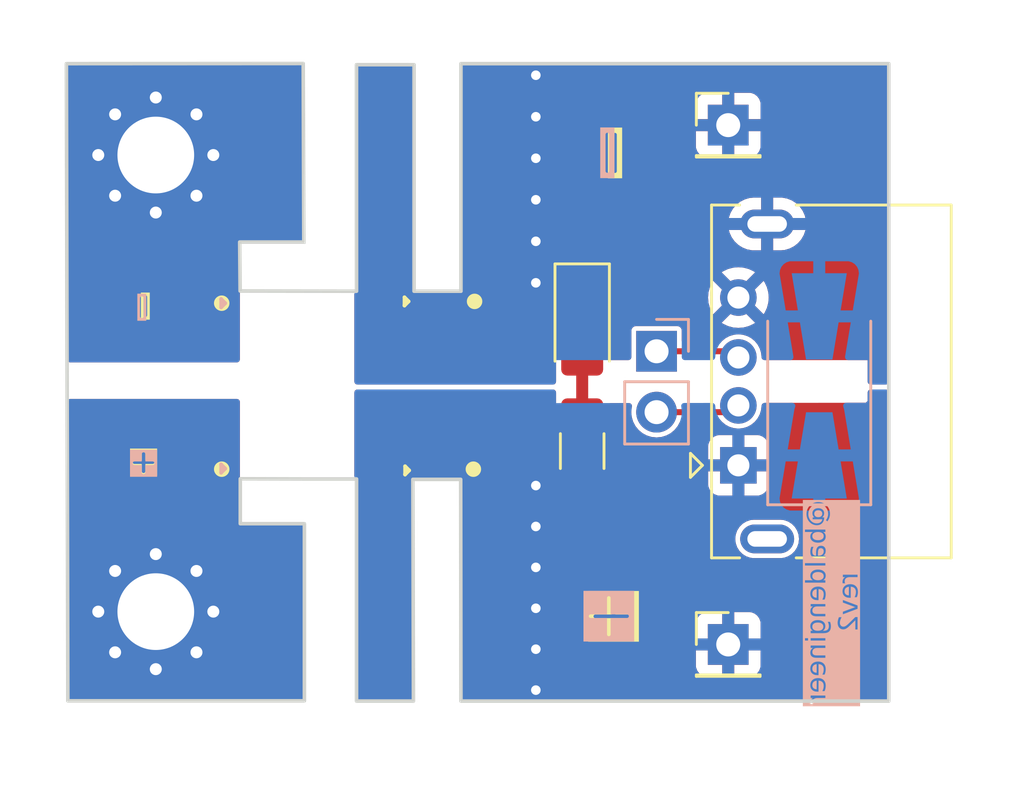
<source format=kicad_pcb>
(kicad_pcb (version 20221018) (generator pcbnew)
  (layers (0 "F.Cu" signal) (31 "B.Cu" signal) (34 "B.Paste" user) (35 "F.Paste" user) (36 "B.SilkS" user "B.Silkscreen") (37 "F.SilkS" user "F.Silkscreen") (38 "B.Mask" user) (39 "F.Mask" user) (44 "Edge.Cuts" user))
  (net 0 "")
  (net 1 "GND")
  (net 2 "Net-(J1-D-)")
  (net 3 "Net-(J1-D+)")
  (net 4 "/Positive")
  (net 5 "Net-(D1-A)")
  (footprint "Connector_PinHeader_2.54mm:PinHeader_1x01_P2.54mm_Vertical" (layer "F.Cu") (at 152.8826 88.6714)
    (fp_text reference "J3" hide)
    (fp_text value "Negative")
    (fp_line (start -1.33 -1.33) (end 0 -1.33) (stroke (width 0.12)) (layer "F.SilkS"))
    (fp_line (start -1.33 0) (end -1.33 -1.33) (stroke (width 0.12)) (layer "F.SilkS"))
    (fp_line (start -1.33 1.27) (end -1.33 1.33) (stroke (width 0.12)) (layer "F.SilkS"))
    (fp_line (start -1.33 1.27) (end 1.33 1.27) (stroke (width 0.12)) (layer "F.SilkS"))
    (fp_line (start -1.33 1.33) (end 1.33 1.33) (stroke (width 0.12)) (layer "F.SilkS"))
    (fp_line (start 1.33 1.27) (end 1.33 1.33) (stroke (width 0.12)) (layer "F.SilkS"))
    (pad "1" thru_hole rect (at 0 0) (size 1.7 1.7) (drill 1) (layers "*.Cu" "*.Mask") (net 1 "GND"))
  )
  (footprint "MountingHole:MountingHole_3.2mm_M3_Pad_Via" (layer "F.Cu") (at 129.000138 108.96825)
    (fp_text reference "H1" hide)
    (fp_text value "Positive")
    (pad "1" thru_hole circle (at -2.4 0) (size 0.8 0.8) (drill 0.5) (layers "*.Cu" "*.Mask") (net 4 "/Positive"))
    (pad "1" thru_hole circle (at -1.697056 -1.697056) (size 0.8 0.8) (drill 0.5) (layers "*.Cu" "*.Mask") (net 4 "/Positive"))
    (pad "1" thru_hole circle (at -1.697056 1.697056) (size 0.8 0.8) (drill 0.5) (layers "*.Cu" "*.Mask") (net 4 "/Positive"))
    (pad "1" thru_hole circle (at 0 -2.4) (size 0.8 0.8) (drill 0.5) (layers "*.Cu" "*.Mask") (net 4 "/Positive"))
    (pad "1" thru_hole circle (at 0 0) (size 6.4 6.4) (drill 3.2) (layers "*.Cu" "*.Mask") (net 4 "/Positive"))
    (pad "1" thru_hole circle (at 0 2.4) (size 0.8 0.8) (drill 0.5) (layers "*.Cu" "*.Mask") (net 4 "/Positive"))
    (pad "1" thru_hole circle (at 1.697056 -1.697056) (size 0.8 0.8) (drill 0.5) (layers "*.Cu" "*.Mask") (net 4 "/Positive"))
    (pad "1" thru_hole circle (at 1.697056 1.697056) (size 0.8 0.8) (drill 0.5) (layers "*.Cu" "*.Mask") (net 4 "/Positive"))
    (pad "1" thru_hole circle (at 2.4 0) (size 0.8 0.8) (drill 0.5) (layers "*.Cu" "*.Mask") (net 4 "/Positive"))
  )
  (footprint "My Libraries:USB_A_GCT_USB1125" (layer "F.Cu") (at 153.3065 102.8648 90)
    (fp_text reference "J1" hide)
    (fp_text value "USB_A")
    (fp_line (start -3.86 -1.12) (end -3.86 0.0508) (stroke (width 0.12)) (layer "F.SilkS"))
    (fp_line (start -3.86 -1.12) (end 10.86 -1.12) (stroke (width 0.12)) (layer "F.SilkS"))
    (fp_line (start -3.86 2.413) (end -3.86 8.88) (stroke (width 0.12)) (layer "F.SilkS"))
    (fp_line (start -3.86 8.88) (end 10.86 8.88) (stroke (width 0.12)) (layer "F.SilkS"))
    (fp_line (start -0.5 -2) (end 0 -1.5) (stroke (width 0.12)) (layer "F.SilkS"))
    (fp_line (start 0 -1.5) (end 0.5 -2) (stroke (width 0.12)) (layer "F.SilkS"))
    (fp_line (start 0.5 -2) (end -0.5 -2) (stroke (width 0.12)) (layer "F.SilkS"))
    (fp_line (start 10.86 0.0508) (end 10.86 -1.12) (stroke (width 0.12)) (layer "F.SilkS"))
    (fp_line (start 10.86 2.413) (end 10.86 8.88) (stroke (width 0.12)) (layer "F.SilkS"))
    (pad "1" thru_hole rect (at 0 0 90) (size 1.524 1.524) (drill 0.92) (layers "*.Cu" "*.Mask") (net 4 "/Positive"))
    (pad "2" thru_hole circle (at 2.5 0 90) (size 1.524 1.524) (drill 0.92) (layers "*.Cu" "*.Mask") (net 2 "Net-(J1-D-)"))
    (pad "3" thru_hole circle (at 4.5 0 90) (size 1.524 1.524) (drill 0.92) (layers "*.Cu" "*.Mask") (net 3 "Net-(J1-D+)"))
    (pad "4" thru_hole circle (at 7 0 90) (size 1.524 1.524) (drill 0.92) (layers "*.Cu" "*.Mask") (net 1 "GND"))
    (pad "5" thru_hole oval (at -3.07 1.2 90) (size 1.2 2.25) (drill oval 0.65 1.65) (layers "*.Cu" "*.Mask") (net 1 "GND"))
    (pad "5" thru_hole oval (at 10.07 1.2 90) (size 1.2 2.25) (drill oval 0.65 1.65) (layers "*.Cu" "*.Mask") (net 1 "GND"))
  )
  (footprint "Connector_PinHeader_2.54mm:PinHeader_1x01_P2.54mm_Vertical" (layer "F.Cu") (at 152.8826 110.3376)
    (fp_text reference "J2" hide)
    (fp_text value "Positive")
    (fp_line (start -1.33 -1.33) (end 0 -1.33) (stroke (width 0.12)) (layer "F.SilkS"))
    (fp_line (start -1.33 0) (end -1.33 -1.33) (stroke (width 0.12)) (layer "F.SilkS"))
    (fp_line (start -1.33 1.27) (end -1.33 1.33) (stroke (width 0.12)) (layer "F.SilkS"))
    (fp_line (start -1.33 1.27) (end 1.33 1.27) (stroke (width 0.12)) (layer "F.SilkS"))
    (fp_line (start -1.33 1.33) (end 1.33 1.33) (stroke (width 0.12)) (layer "F.SilkS"))
    (fp_line (start 1.33 1.27) (end 1.33 1.33) (stroke (width 0.12)) (layer "F.SilkS"))
    (pad "1" thru_hole rect (at 0 0) (size 1.7 1.7) (drill 1) (layers "*.Cu" "*.Mask") (net 4 "/Positive"))
  )
  (footprint "Resistor_SMD:R_1206_3216Metric_Pad1.30x1.75mm_HandSolder" (layer "F.Cu") (at 146.79 102.27 90)
    (fp_text reference "R1" hide)
    (fp_text value "1k")
    (fp_line (start -0.727064 -0.91) (end 0.727064 -0.91) (stroke (width 0.12)) (layer "F.SilkS"))
    (fp_line (start -0.727064 0.91) (end 0.727064 0.91) (stroke (width 0.12)) (layer "F.SilkS"))
    (pad "1" smd roundrect (at -1.55 0 90) (size 1.3 1.75) (layers "F.Cu" "F.Paste" "F.Mask") (roundrect_rratio 0.1923076923) (net 4 "/Positive"))
    (pad "2" smd roundrect (at 1.55 0 90) (size 1.3 1.75) (layers "F.Cu" "F.Paste" "F.Mask") (roundrect_rratio 0.1923076923) (net 5 "Net-(D1-A)"))
  )
  (footprint "MountingHole:MountingHole_3.2mm_M3_Pad_Via" (layer "F.Cu") (at 129.000138 89.91825)
    (fp_text reference "H2" hide)
    (fp_text value "Negative")
    (pad "1" thru_hole circle (at -2.4 0) (size 0.8 0.8) (drill 0.5) (layers "*.Cu" "*.Mask") (net 1 "GND"))
    (pad "1" thru_hole circle (at -1.697056 -1.697056) (size 0.8 0.8) (drill 0.5) (layers "*.Cu" "*.Mask") (net 1 "GND"))
    (pad "1" thru_hole circle (at -1.697056 1.697056) (size 0.8 0.8) (drill 0.5) (layers "*.Cu" "*.Mask") (net 1 "GND"))
    (pad "1" thru_hole circle (at 0 -2.4) (size 0.8 0.8) (drill 0.5) (layers "*.Cu" "*.Mask") (net 1 "GND"))
    (pad "1" thru_hole circle (at 0 0) (size 6.4 6.4) (drill 3.2) (layers "*.Cu" "*.Mask") (net 1 "GND"))
    (pad "1" thru_hole circle (at 0 2.4) (size 0.8 0.8) (drill 0.5) (layers "*.Cu" "*.Mask") (net 1 "GND"))
    (pad "1" thru_hole circle (at 1.697056 -1.697056) (size 0.8 0.8) (drill 0.5) (layers "*.Cu" "*.Mask") (net 1 "GND"))
    (pad "1" thru_hole circle (at 1.697056 1.697056) (size 0.8 0.8) (drill 0.5) (layers "*.Cu" "*.Mask") (net 1 "GND"))
    (pad "1" thru_hole circle (at 2.4 0) (size 0.8 0.8) (drill 0.5) (layers "*.Cu" "*.Mask") (net 1 "GND"))
  )
  (footprint "LED_SMD:LED_1206_3216Metric_Pad1.42x1.75mm_HandSolder" (layer "F.Cu") (at 146.79 96.92 -90)
    (fp_text reference "D1" hide)
    (fp_text value "Green")
    (fp_line (start -2.46 -1.135) (end -2.46 1.135) (stroke (width 0.12)) (layer "F.SilkS"))
    (fp_line (start -2.46 1.135) (end 1.6 1.135) (stroke (width 0.12)) (layer "F.SilkS"))
    (fp_line (start 1.6 -1.135) (end -2.46 -1.135) (stroke (width 0.12)) (layer "F.SilkS"))
    (pad "1" smd roundrect (at -1.4875 0 270) (size 1.425 1.75) (layers "F.Cu" "F.Paste" "F.Mask") (roundrect_rratio 0.1754392982) (net 1 "GND"))
    (pad "2" smd roundrect (at 1.4875 0 270) (size 1.425 1.75) (layers "F.Cu" "F.Paste" "F.Mask") (roundrect_rratio 0.1754392982) (net 5 "Net-(D1-A)"))
  )
  (footprint "Connector_PinHeader_2.54mm:PinHeader_1x02_P2.54mm_Vertical" (layer "B.Cu") (at 149.89325 98.1058 180)
    (fp_text reference "J4" hide)
    (fp_text value "Data")
    (fp_line (start -1.33 -3.87) (end 1.33 -3.87) (stroke (width 0.12)) (layer "B.SilkS"))
    (fp_line (start -1.33 -1.27) (end -1.33 -3.87) (stroke (width 0.12)) (layer "B.SilkS"))
    (fp_line (start -1.33 -1.27) (end 1.33 -1.27) (stroke (width 0.12)) (layer "B.SilkS"))
    (fp_line (start -1.33 0) (end -1.33 1.33) (stroke (width 0.12)) (layer "B.SilkS"))
    (fp_line (start -1.33 1.33) (end 0 1.33) (stroke (width 0.12)) (layer "B.SilkS"))
    (fp_line (start 1.33 -1.27) (end 1.33 -3.87) (stroke (width 0.12)) (layer "B.SilkS"))
    (pad "1" thru_hole rect (at 0 0 180) (size 1.7 1.7) (drill 1) (layers "*.Cu" "*.Mask") (net 3 "Net-(J1-D+)"))
    (pad "2" thru_hole oval (at 0 -2.54 180) (size 1.7 1.7) (drill 1) (layers "*.Cu" "*.Mask") (net 2 "Net-(J1-D-)"))
  )
  (footprint "Diode_SMD:D_SMA-SMB_Universal_Handsoldering" (layer "B.Cu") (at 156.68 99.55 90)
    (fp_text reference "D2" hide)
    (fp_text value "SMBJ6.0A")
    (fp_line (start -4.96 -2.15) (end 2.7 -2.15) (stroke (width 0.12)) (layer "B.SilkS"))
    (fp_line (start -4.96 2.15) (end -4.96 -2.15) (stroke (width 0.12)) (layer "B.SilkS"))
    (fp_line (start -4.96 2.15) (end 2.7 2.15) (stroke (width 0.12)) (layer "B.SilkS"))
    (pad "1" smd trapezoid (at -2.9 0 90) (size 3.6 1.7) (rect_delta 0.6 0) (layers "B.Cu" "B.Paste" "B.Mask") (net 4 "/Positive"))
    (pad "2" smd trapezoid (at 2.9 0 270) (size 3.6 1.7) (rect_delta 0.6 0) (layers "B.Cu" "B.Paste" "B.Mask") (net 1 "GND"))
  )
  (gr_line (start 131.725 95.925) (end 131.725 96.275) (stroke (width 0.15)) (layer "B.SilkS"))
  (gr_line (start 131.725 95.95) (end 131.725 95.925) (stroke (width 0.15)) (layer "B.SilkS"))
  (gr_line (start 131.725 103.175) (end 131.9 103) (stroke (width 0.15)) (layer "B.SilkS"))
  (gr_line (start 131.725 96.275) (end 131.9 96.1) (stroke (width 0.15)) (layer "B.SilkS"))
  (gr_line (start 131.725 95.925) (end 131.9 96.1) (stroke (width 0.15)) (layer "B.SilkS"))
  (gr_line (start 131.725 102.825) (end 131.725 103.175) (stroke (width 0.15)) (layer "B.SilkS"))
  (gr_line (start 131.725 102.85) (end 131.725 102.825) (stroke (width 0.15)) (layer "B.SilkS"))
  (gr_line (start 131.725 102.825) (end 131.9 103) (stroke (width 0.15)) (layer "B.SilkS"))
  (gr_line (start 139.575 103.075) (end 139.4 103.25) (stroke (width 0.15)) (layer "F.SilkS"))
  (gr_circle (center 131.75 96.1) (end 131.997487 96.1) (stroke (width 0.15)) (fill solid) (layer "F.SilkS"))
  (gr_circle (center 131.75 103.025) (end 131.997487 103.025) (stroke (width 0.15)) (fill solid) (layer "F.SilkS"))
  (gr_circle (center 142.3 96.025) (end 142.547487 96.025) (stroke (width 0.15)) (fill solid) (layer "F.SilkS"))
  (gr_line (start 139.375 95.85) (end 139.375 96.2) (stroke (width 0.15)) (layer "F.SilkS"))
  (gr_line (start 139.575 103.075) (end 139.4 102.9) (stroke (width 0.15)) (layer "F.SilkS"))
  (gr_circle (center 142.25 103.025) (end 142.497487 103.025) (stroke (width 0.15)) (fill solid) (layer "F.SilkS"))
  (gr_line (start 139.4 103.25) (end 139.4 103.225) (stroke (width 0.15)) (layer "F.SilkS"))
  (gr_line (start 139.55 96.025) (end 139.375 95.85) (stroke (width 0.15)) (layer "F.SilkS"))
  (gr_line (start 139.4 102.9) (end 139.4 103.25) (stroke (width 0.15)) (layer "F.SilkS"))
  (gr_line (start 139.55 96.025) (end 139.375 96.2) (stroke (width 0.15)) (layer "F.SilkS"))
  (gr_line (start 139.375 96.2) (end 139.375 96.175) (stroke (width 0.15)) (layer "F.SilkS"))
  (gr_poly (pts (xy 125.2702 86.106) (xy 135.15 86.1) (xy 135.175 93.5482) (xy 132.5 93.5482) (xy 132.517627 95.590973) (xy 137.375 95.6) (xy 137.373381 86.149359) (xy 139.775 86.15) (xy 139.775012 94.8) (xy 139.775 95.6) (xy 141.732 95.6) (xy 141.732 86.106) (xy 159.581 86.106) (xy 159.581 112.6998) (xy 141.732 112.6998) (xy 141.720678 103.45) (xy 139.725 103.45) (xy 139.75 112.7) (xy 137.375 112.7) (xy 137.375709 103.4326) (xy 135.12 103.4326) (xy 132.525 103.425) (xy 132.525 105.3) (xy 135.2 105.3) (xy 135.2 112.689823) (xy 125.331349 112.689451)) (stroke (width 0.15)) (fill none) (layer "Edge.Cuts"))
  (gr_text "+" (at 149.237695 110.172505) (layer "B.SilkS" knockout) (effects (font (size 2 2)) (justify left bottom mirror)))
  (gr_text "-" (at 146.8246 91.1606 -90) (layer "B.SilkS" knockout) (effects (font (size 2 2)) (justify left bottom mirror)))
  (gr_text "@baldengineer\nrev2" (at 157.275 108.575 90) (layer "B.SilkS" knockout) (effects (font (size 0.8 0.8)) (justify mirror)))
  (gr_text "-" (at 128.4895 96.26765 -90) (layer "B.SilkS" knockout) (effects (font (size 1 1)) (justify mirror)))
  (gr_text "+" (at 128.4895 102.703) (layer "B.SilkS" knockout) (effects (font (size 1 1)) (justify mirror)))
  (gr_text "+" (at 128.4895 102.656775) (layer "F.SilkS" knockout) (effects (font (size 1 1))))
  (gr_text "-" (at 149.1742 91.166995 90) (layer "F.SilkS" knockout) (effects (font (size 2 2)) (justify left bottom)))
  (gr_text "+" (at 146.761105 110.1789) (layer "F.SilkS" knockout) (effects (font (size 2 2)) (justify left bottom)))
  (gr_text "-" (at 128.4895 96.221425 90) (layer "F.SilkS" knockout) (effects (font (size 1 1))))
  (segment (start 138.5 88.45) (end 138.5 91.25) (width 0.25) (layer "F.Cu") (net 1))
  (via (at 144.8562 86.5886) (size 0.8) (drill 0.4) (layers "F.Cu" "B.Cu") (net 1))
  (via (at 144.8562 95.25) (size 0.8) (drill 0.4) (layers "F.Cu" "B.Cu") (net 1))
  (via (at 144.8562 88.32088) (size 0.8) (drill 0.4) (layers "F.Cu" "B.Cu") (net 1))
  (via (at 144.8562 90.05316) (size 0.8) (drill 0.4) (layers "F.Cu" "B.Cu") (net 1))
  (via (at 144.8562 91.78544) (size 0.8) (drill 0.4) (layers "F.Cu" "B.Cu") (net 1))
  (via (at 144.8562 93.51772) (size 0.8) (drill 0.4) (layers "F.Cu" "B.Cu") (net 1))
  (segment (start 138.5 88.475) (end 138.5 91.275) (width 0.25) (layer "B.Cu") (net 1))
  (segment (start 149.89325 100.6458) (end 153.0255 100.6458) (width 0.25) (layer "F.Cu") (net 2))
  (segment (start 153.0255 100.6458) (end 153.3065 100.3648) (width 0.25) (layer "F.Cu") (net 2))
  (segment (start 149.89325 98.1058) (end 153.0475 98.1058) (width 0.25) (layer "F.Cu") (net 3))
  (segment (start 153.0475 98.1058) (end 153.3065 98.3648) (width 0.25) (layer "F.Cu") (net 3))
  (via (at 144.8562 110.53572) (size 0.8) (drill 0.4) (layers "F.Cu" "B.Cu") (net 4))
  (via (at 144.8562 105.41508) (size 0.8) (drill 0.4) (layers "F.Cu" "B.Cu") (net 4))
  (via (at 144.8562 107.12196) (size 0.8) (drill 0.4) (layers "F.Cu" "B.Cu") (net 4))
  (via (at 144.8562 103.7082) (size 0.8) (drill 0.4) (layers "F.Cu" "B.Cu") (net 4))
  (via (at 144.8562 108.82884) (size 0.8) (drill 0.4) (layers "F.Cu" "B.Cu") (net 4))
  (via (at 144.8562 112.2426) (size 0.8) (drill 0.4) (layers "F.Cu" "B.Cu") (net 4))
  (segment (start 146.79 98.4075) (end 146.79 100.72) (width 0.5) (layer "F.Cu") (net 5))
  (zone (net 4) (net_name "/Positive") (layers "F&B.Cu") (priority 1) (connect_pads yes (clearance 0)) (min_thickness 0.25) (fill yes (thermal_gap 0.5) (thermal_bridge_width 0.5) (island_removal_mode 1) (island_area_min 10))
    (polygon (pts (xy 124.55 116.55) (xy 124.55 105.8) (xy 125.575 104.775) (xy 132 104.775) (xy 133.225 106) (xy 133.225 113.675) (xy 130.975 115.925) (xy 124.875 115.925) (xy 124.875 116.225)))
  )
  (zone (net 1) (net_name "GND") (layers "F&B.Cu") (connect_pads yes (clearance 0)) (min_thickness 0.25) (fill yes (thermal_gap 0.5) (thermal_bridge_width 0.5) (island_removal_mode 1) (island_area_min 10))
    (polygon (pts (xy 125.1 83.475) (xy 133.325 83.475) (xy 133.325 92.575) (xy 131.875 94.025) (xy 125.125 94.025) (xy 124.9 94.25) (xy 124.45 93.8) (xy 124.45 83.925) (xy 124.925 83.45) (xy 125.125 83.45)))
  )
  (zone (net 4) (net_name "/Positive") (layers "F&B.Cu") (priority 1) (connect_pads (clearance 0)) (min_thickness 0.25) (fill yes (thermal_gap 0.5) (thermal_bridge_width 0.5) (island_removal_mode 1) (island_area_min 10))
    (polygon (pts (xy 162.55 114.675) (xy 162.55 99.8) (xy 162.45 99.7) (xy 122.5 99.7) (xy 122.5 113.725) (xy 123.45 114.675)))
  )
  (zone (net 0) (net_name "") (layers "F&B.Cu") (connect_pads (clearance 0)) (min_thickness 0.254)
    (keepout (tracks allowed) (vias allowed) (pads allowed) (copperpour not_allowed) (footprints allowed))
    (fill (thermal_gap 0.254) (thermal_bridge_width 1.016) (island_removal_mode 2) (island_area_min 10))
    (polygon (pts (xy 158.6992 98.4758) (xy 145.7 98.4758) (xy 145.7 100.26881) (xy 158.623 100.2538) (xy 158.6992 100.1776)))
  )
  (zone (net 1) (net_name "GND") (layers "F&B.Cu") (connect_pads (clearance 0)) (min_thickness 0.25) (fill yes (thermal_gap 0.5) (thermal_bridge_width 0.5) (island_removal_mode 1) (island_area_min 10))
    (polygon (pts (xy 123.55 84.85) (xy 160 84.85) (xy 160.8 85.65) (xy 160.8 99.5) (xy 123.975 99.5) (xy 122.8 98.325) (xy 122.8 85.6) (xy 123.5 84.9)))
  )
  (zone (net 0) (net_name "") (layers "F&B.Cu" "User.5") (connect_pads (clearance 0)) (min_thickness 0.254)
    (keepout (tracks not_allowed) (vias not_allowed) (pads allowed) (copperpour not_allowed) (footprints allowed))
    (fill (thermal_gap 0.254) (thermal_bridge_width 1.016) (island_removal_mode 2) (island_area_min 10))
    (polygon (pts (xy 132.50788 95.55705) (xy 137.28308 95.55705) (xy 137.28308 103.40565) (xy 132.50788 103.40565)))
  )
  (zone (net 0) (net_name "") (layers "F&B.Cu" "User.5") (connect_pads (clearance 0)) (min_thickness 0.254)
    (keepout (tracks not_allowed) (vias not_allowed) (pads allowed) (copperpour not_allowed) (footprints allowed))
    (fill (thermal_gap 0.254) (thermal_bridge_width 1.016) (island_removal_mode 2) (island_area_min 10))
    (polygon (pts (xy 125.118644 98.56965) (xy 136.096644 98.56965) (xy 136.096644 99.83965) (xy 136.096644 100.09365) (xy 125.118644 100.09365)))
  )
)
</source>
